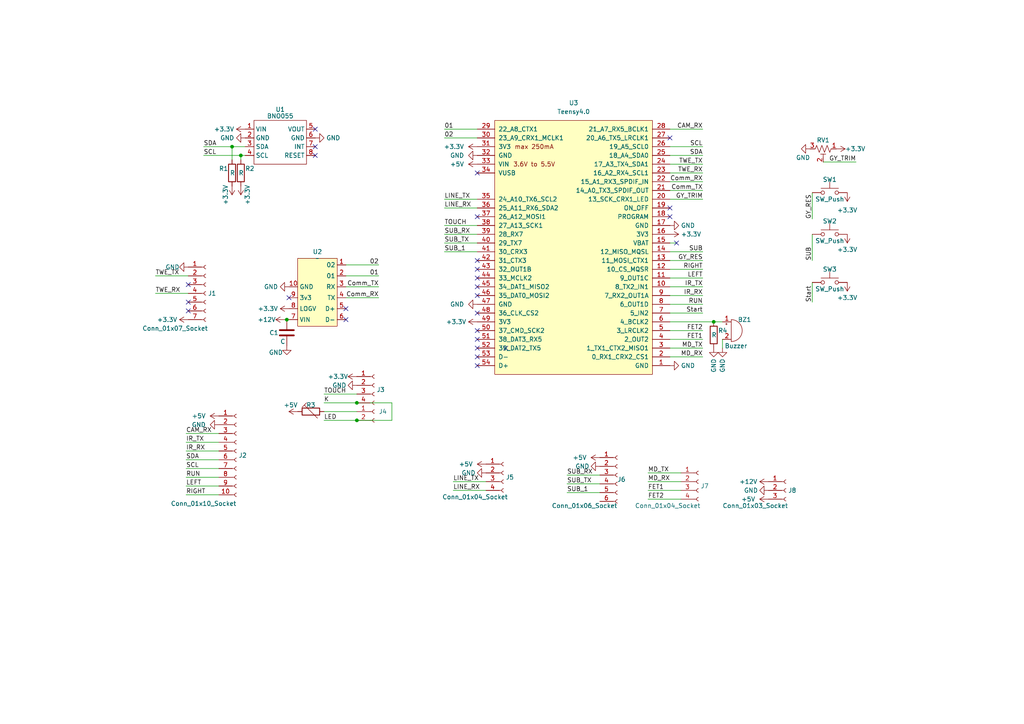
<source format=kicad_sch>
(kicad_sch (version 20230121) (generator eeschema)
  (paper "A4")
  (lib_symbols
    (symbol "BNO055 new:BNO055"
      (property "Reference" "U" (at 0 0 0))
      (property "Value" "BNO055" (at 0 2.54 0))
      (symbol "BNO055_0_1"
        (rectangle (start -7.62 -2.54) (end 7.62 -15.24))
      )
      (symbol "BNO055_1_1"
        (pin input line (at -10.16 -5.08 0) (length 2.54) (name "VIN") (number "1"))
        (pin input line (at -10.16 -7.62 0) (length 2.54) (name "GND") (number "2"))
        (pin input line (at -10.16 -10.16 0) (length 2.54) (name "SDA") (number "3"))
        (pin input line (at -10.16 -12.7 0) (length 2.54) (name "SCL") (number "4"))
        (pin input line (at 10.16 -5.08 180) (length 2.54) (name "VOUT") (number "5"))
        (pin input line (at 10.16 -7.62 180) (length 2.54) (name "GND") (number "6"))
        (pin input line (at 10.16 -10.16 180) (length 2.54) (name "INT") (number "7"))
        (pin input line (at 10.16 -12.7 180) (length 2.54) (name "RESET") (number "8"))
      )
    )
    (symbol "Connector:Conn_01x02_Socket" (pin_names (offset 1.016) hide)
      (property "Reference" "J" (at 0 2.54 0))
      (property "Value" "Conn_01x02_Socket" (at 0 -5.08 0))
      (symbol "Conn_01x02_Socket_1_1"
        (arc (start 0 -2.032) (mid -0.5058 -2.54) (end 0 -3.048) (stroke (width 0.1524)))
        (polyline (pts (xy -1.27 -2.54) (xy -0.508 -2.54)) (stroke (width 0.1524)))
        (polyline (pts (xy -1.27 0) (xy -0.508 0)) (stroke (width 0.1524)))
        (arc (start 0 0.508) (mid -0.5058 0) (end 0 -0.508) (stroke (width 0.1524)))
        (pin passive line (at -5.08 0 0) (length 3.81) (name "Pin_1") (number "1"))
        (pin passive line (at -5.08 -2.54 0) (length 3.81) (name "Pin_2") (number "2"))
      )
    )
    (symbol "Connector:Conn_01x03_Socket" (pin_names (offset 1.016) hide)
      (property "Reference" "J" (at 0 5.08 0))
      (property "Value" "Conn_01x03_Socket" (at 0 -5.08 0))
      (symbol "Conn_01x03_Socket_1_1"
        (arc (start 0 -2.032) (mid -0.5058 -2.54) (end 0 -3.048) (stroke (width 0.1524)))
        (polyline (pts (xy -1.27 -2.54) (xy -0.508 -2.54)) (stroke (width 0.1524)))
        (polyline (pts (xy -1.27 0) (xy -0.508 0)) (stroke (width 0.1524)))
        (polyline (pts (xy -1.27 2.54) (xy -0.508 2.54)) (stroke (width 0.1524)))
        (arc (start 0 0.508) (mid -0.5058 0) (end 0 -0.508) (stroke (width 0.1524)))
        (arc (start 0 3.048) (mid -0.5058 2.54) (end 0 2.032) (stroke (width 0.1524)))
        (pin passive line (at -5.08 2.54 0) (length 3.81) (name "Pin_1") (number "1"))
        (pin passive line (at -5.08 0 0) (length 3.81) (name "Pin_2") (number "2"))
        (pin passive line (at -5.08 -2.54 0) (length 3.81) (name "Pin_3") (number "3"))
      )
    )
    (symbol "Connector:Conn_01x04_Socket" (pin_names (offset 1.016) hide)
      (property "Reference" "J" (at 0 5.08 0))
      (property "Value" "Conn_01x04_Socket" (at 0 -7.62 0))
      (symbol "Conn_01x04_Socket_1_1"
        (arc (start 0 -4.572) (mid -0.5058 -5.08) (end 0 -5.588) (stroke (width 0.1524)))
        (arc (start 0 -2.032) (mid -0.5058 -2.54) (end 0 -3.048) (stroke (width 0.1524)))
        (polyline (pts (xy -1.27 -5.08) (xy -0.508 -5.08)) (stroke (width 0.1524)))
        (polyline (pts (xy -1.27 -2.54) (xy -0.508 -2.54)) (stroke (width 0.1524)))
        (polyline (pts (xy -1.27 0) (xy -0.508 0)) (stroke (width 0.1524)))
        (polyline (pts (xy -1.27 2.54) (xy -0.508 2.54)) (stroke (width 0.1524)))
        (arc (start 0 0.508) (mid -0.5058 0) (end 0 -0.508) (stroke (width 0.1524)))
        (arc (start 0 3.048) (mid -0.5058 2.54) (end 0 2.032) (stroke (width 0.1524)))
        (pin passive line (at -5.08 2.54 0) (length 3.81) (name "Pin_1") (number "1"))
        (pin passive line (at -5.08 0 0) (length 3.81) (name "Pin_2") (number "2"))
        (pin passive line (at -5.08 -2.54 0) (length 3.81) (name "Pin_3") (number "3"))
        (pin passive line (at -5.08 -5.08 0) (length 3.81) (name "Pin_4") (number "4"))
      )
    )
    (symbol "Connector:Conn_01x06_Socket" (pin_names (offset 1.016) hide)
      (property "Reference" "J" (at 0 7.62 0))
      (property "Value" "Conn_01x06_Socket" (at 0 -10.16 0))
      (symbol "Conn_01x06_Socket_1_1"
        (arc (start 0 -7.112) (mid -0.5058 -7.62) (end 0 -8.128) (stroke (width 0.1524)))
        (arc (start 0 -4.572) (mid -0.5058 -5.08) (end 0 -5.588) (stroke (width 0.1524)))
        (arc (start 0 -2.032) (mid -0.5058 -2.54) (end 0 -3.048) (stroke (width 0.1524)))
        (polyline (pts (xy -1.27 -7.62) (xy -0.508 -7.62)) (stroke (width 0.1524)))
        (polyline (pts (xy -1.27 -5.08) (xy -0.508 -5.08)) (stroke (width 0.1524)))
        (polyline (pts (xy -1.27 -2.54) (xy -0.508 -2.54)) (stroke (width 0.1524)))
        (polyline (pts (xy -1.27 0) (xy -0.508 0)) (stroke (width 0.1524)))
        (polyline (pts (xy -1.27 2.54) (xy -0.508 2.54)) (stroke (width 0.1524)))
        (polyline (pts (xy -1.27 5.08) (xy -0.508 5.08)) (stroke (width 0.1524)))
        (arc (start 0 0.508) (mid -0.5058 0) (end 0 -0.508) (stroke (width 0.1524)))
        (arc (start 0 3.048) (mid -0.5058 2.54) (end 0 2.032) (stroke (width 0.1524)))
        (arc (start 0 5.588) (mid -0.5058 5.08) (end 0 4.572) (stroke (width 0.1524)))
        (pin passive line (at -5.08 5.08 0) (length 3.81) (name "Pin_1") (number "1"))
        (pin passive line (at -5.08 2.54 0) (length 3.81) (name "Pin_2") (number "2"))
        (pin passive line (at -5.08 0 0) (length 3.81) (name "Pin_3") (number "3"))
        (pin passive line (at -5.08 -2.54 0) (length 3.81) (name "Pin_4") (number "4"))
        (pin passive line (at -5.08 -5.08 0) (length 3.81) (name "Pin_5") (number "5"))
        (pin passive line (at -5.08 -7.62 0) (length 3.81) (name "Pin_6") (number "6"))
      )
    )
    (symbol "Connector:Conn_01x07_Socket" (pin_names (offset 1.016) hide)
      (property "Reference" "J" (at 0 10.16 0))
      (property "Value" "Conn_01x07_Socket" (at 0 -10.16 0))
      (symbol "Conn_01x07_Socket_1_1"
        (arc (start 0 -7.112) (mid -0.5058 -7.62) (end 0 -8.128) (stroke (width 0.1524)))
        (arc (start 0 -4.572) (mid -0.5058 -5.08) (end 0 -5.588) (stroke (width 0.1524)))
        (arc (start 0 -2.032) (mid -0.5058 -2.54) (end 0 -3.048) (stroke (width 0.1524)))
        (polyline (pts (xy -1.27 -7.62) (xy -0.508 -7.62)) (stroke (width 0.1524)))
        (polyline (pts (xy -1.27 -5.08) (xy -0.508 -5.08)) (stroke (width 0.1524)))
        (polyline (pts (xy -1.27 -2.54) (xy -0.508 -2.54)) (stroke (width 0.1524)))
        (polyline (pts (xy -1.27 0) (xy -0.508 0)) (stroke (width 0.1524)))
        (polyline (pts (xy -1.27 2.54) (xy -0.508 2.54)) (stroke (width 0.1524)))
        (polyline (pts (xy -1.27 5.08) (xy -0.508 5.08)) (stroke (width 0.1524)))
        (polyline (pts (xy -1.27 7.62) (xy -0.508 7.62)) (stroke (width 0.1524)))
        (arc (start 0 0.508) (mid -0.5058 0) (end 0 -0.508) (stroke (width 0.1524)))
        (arc (start 0 3.048) (mid -0.5058 2.54) (end 0 2.032) (stroke (width 0.1524)))
        (arc (start 0 5.588) (mid -0.5058 5.08) (end 0 4.572) (stroke (width 0.1524)))
        (arc (start 0 8.128) (mid -0.5058 7.62) (end 0 7.112) (stroke (width 0.1524)))
        (pin passive line (at -5.08 7.62 0) (length 3.81) (name "Pin_1") (number "1"))
        (pin passive line (at -5.08 5.08 0) (length 3.81) (name "Pin_2") (number "2"))
        (pin passive line (at -5.08 2.54 0) (length 3.81) (name "Pin_3") (number "3"))
        (pin passive line (at -5.08 0 0) (length 3.81) (name "Pin_4") (number "4"))
        (pin passive line (at -5.08 -2.54 0) (length 3.81) (name "Pin_5") (number "5"))
        (pin passive line (at -5.08 -5.08 0) (length 3.81) (name "Pin_6") (number "6"))
        (pin passive line (at -5.08 -7.62 0) (length 3.81) (name "Pin_7") (number "7"))
      )
    )
    (symbol "Connector:Conn_01x10_Socket" (pin_names (offset 1.016) hide)
      (property "Reference" "J" (at 0 12.7 0))
      (property "Value" "Conn_01x10_Socket" (at 0 -15.24 0))
      (symbol "Conn_01x10_Socket_1_1"
        (arc (start 0 -12.192) (mid -0.5058 -12.7) (end 0 -13.208) (stroke (width 0.1524)))
        (arc (start 0 -9.652) (mid -0.5058 -10.16) (end 0 -10.668) (stroke (width 0.1524)))
        (arc (start 0 -7.112) (mid -0.5058 -7.62) (end 0 -8.128) (stroke (width 0.1524)))
        (arc (start 0 -4.572) (mid -0.5058 -5.08) (end 0 -5.588) (stroke (width 0.1524)))
        (arc (start 0 -2.032) (mid -0.5058 -2.54) (end 0 -3.048) (stroke (width 0.1524)))
        (polyline (pts (xy -1.27 -12.7) (xy -0.508 -12.7)) (stroke (width 0.1524)))
        (polyline (pts (xy -1.27 -10.16) (xy -0.508 -10.16)) (stroke (width 0.1524)))
        (polyline (pts (xy -1.27 -7.62) (xy -0.508 -7.62)) (stroke (width 0.1524)))
        (polyline (pts (xy -1.27 -5.08) (xy -0.508 -5.08)) (stroke (width 0.1524)))
        (polyline (pts (xy -1.27 -2.54) (xy -0.508 -2.54)) (stroke (width 0.1524)))
        (polyline (pts (xy -1.27 0) (xy -0.508 0)) (stroke (width 0.1524)))
        (polyline (pts (xy -1.27 2.54) (xy -0.508 2.54)) (stroke (width 0.1524)))
        (polyline (pts (xy -1.27 5.08) (xy -0.508 5.08)) (stroke (width 0.1524)))
        (polyline (pts (xy -1.27 7.62) (xy -0.508 7.62)) (stroke (width 0.1524)))
        (polyline (pts (xy -1.27 10.16) (xy -0.508 10.16)) (stroke (width 0.1524)))
        (arc (start 0 0.508) (mid -0.5058 0) (end 0 -0.508) (stroke (width 0.1524)))
        (arc (start 0 3.048) (mid -0.5058 2.54) (end 0 2.032) (stroke (width 0.1524)))
        (arc (start 0 5.588) (mid -0.5058 5.08) (end 0 4.572) (stroke (width 0.1524)))
        (arc (start 0 8.128) (mid -0.5058 7.62) (end 0 7.112) (stroke (width 0.1524)))
        (arc (start 0 10.668) (mid -0.5058 10.16) (end 0 9.652) (stroke (width 0.1524)))
        (pin passive line (at -5.08 10.16 0) (length 3.81) (name "Pin_1") (number "1"))
        (pin passive line (at -5.08 -12.7 0) (length 3.81) (name "Pin_10") (number "10"))
        (pin passive line (at -5.08 7.62 0) (length 3.81) (name "Pin_2") (number "2"))
        (pin passive line (at -5.08 5.08 0) (length 3.81) (name "Pin_3") (number "3"))
        (pin passive line (at -5.08 2.54 0) (length 3.81) (name "Pin_4") (number "4"))
        (pin passive line (at -5.08 0 0) (length 3.81) (name "Pin_5") (number "5"))
        (pin passive line (at -5.08 -2.54 0) (length 3.81) (name "Pin_6") (number "6"))
        (pin passive line (at -5.08 -5.08 0) (length 3.81) (name "Pin_7") (number "7"))
        (pin passive line (at -5.08 -7.62 0) (length 3.81) (name "Pin_8") (number "8"))
        (pin passive line (at -5.08 -10.16 0) (length 3.81) (name "Pin_9") (number "9"))
      )
    )
    (symbol "Device:Buzzer" (pin_names (offset 0.0254) hide)
      (property "Reference" "BZ" (at 3.81 1.27 0))
      (property "Value" "Buzzer" (at 3.81 -1.27 0))
      (symbol "Buzzer_0_1"
        (arc (start 0 -3.175) (mid 3.1612 0) (end 0 3.175))
        (polyline (pts (xy -1.651 1.905) (xy -1.143 1.905)))
        (polyline (pts (xy -1.397 2.159) (xy -1.397 1.651)))
        (polyline (pts (xy 0 3.175) (xy 0 -3.175)))
      )
      (symbol "Buzzer_1_1"
        (pin passive line (at -2.54 2.54 0) (length 2.54) (name "-") (number "1"))
        (pin passive line (at -2.54 -2.54 0) (length 2.54) (name "+") (number "2"))
      )
    )
    (symbol "Device:C" (pin_numbers hide) (pin_names (offset 0.254))
      (property "Reference" "C" (at 0.635 2.54 0))
      (property "Value" "C" (at 0.635 -2.54 0))
      (symbol "C_0_1"
        (polyline (pts (xy -2.032 -0.762) (xy 2.032 -0.762)) (stroke (width 0.508)))
        (polyline (pts (xy -2.032 0.762) (xy 2.032 0.762)) (stroke (width 0.508)))
      )
      (symbol "C_1_1"
        (pin passive line (at 0 3.81 270) (length 2.794) (name "~") (number "1"))
        (pin passive line (at 0 -3.81 90) (length 2.794) (name "~") (number "2"))
      )
    )
    (symbol "Device:R" (pin_numbers hide) (pin_names (offset 0))
      (property "Reference" "R" (at 2.032 0 90))
      (property "Value" "R" (at 0 0 90))
      (symbol "R_0_1"
        (rectangle (start -1.016 -2.54) (end 1.016 2.54) (stroke (width 0.254)))
      )
      (symbol "R_1_1"
        (pin passive line (at 0 3.81 270) (length 1.27) (name "~") (number "1"))
        (pin passive line (at 0 -3.81 90) (length 1.27) (name "~") (number "2"))
      )
    )
    (symbol "Device:R_Potentiometer_Trim_US" (pin_names (offset 1.016) hide)
      (property "Reference" "RV" (at -4.445 0 90))
      (property "Value" "R_Potentiometer_Trim_US" (at -2.54 0 90))
      (symbol "R_Potentiometer_Trim_US_0_1"
        (polyline (pts (xy 0 -2.286) (xy 0 -2.54)))
        (polyline (pts (xy 0 2.286) (xy 0 2.54)))
        (polyline (pts (xy 1.524 0.762) (xy 1.524 -0.762)))
        (polyline (pts (xy 2.54 0) (xy 1.524 0)))
        (polyline (pts (xy 0 -0.762) (xy 1.016 -1.143) (xy 0 -1.524) (xy -1.016 -1.905) (xy 0 -2.286)))
        (polyline (pts (xy 0 0.762) (xy 1.016 0.381) (xy 0 0) (xy -1.016 -0.381) (xy 0 -0.762)))
        (polyline (pts (xy 0 2.286) (xy 1.016 1.905) (xy 0 1.524) (xy -1.016 1.143) (xy 0 0.762)))
      )
      (symbol "R_Potentiometer_Trim_US_1_1"
        (pin passive line (at 0 3.81 270) (length 1.27) (name "1") (number "1"))
        (pin passive line (at 3.81 0 180) (length 1.27) (name "2") (number "2"))
        (pin passive line (at 0 -3.81 90) (length 1.27) (name "3") (number "3"))
      )
    )
    (symbol "Device:R_Trim" (pin_numbers hide) (pin_names (offset 0))
      (property "Reference" "R" (at 2.54 -2.54 90))
      (property "Value" "R_Trim" (at -2.54 -0.635 90))
      (symbol "R_Trim_0_1"
        (rectangle (start -1.016 -2.54) (end 1.016 2.54) (stroke (width 0.254)))
        (polyline (pts (xy -1.905 -1.905) (xy 1.905 1.905) (xy 2.54 1.27) (xy 1.27 2.54)))
      )
      (symbol "R_Trim_1_1"
        (pin passive line (at 0 3.81 270) (length 1.27) (name "~") (number "1"))
        (pin passive line (at 0 -3.81 90) (length 1.27) (name "~") (number "2"))
      )
    )
    (symbol "Soccer_Communication:comm_module"
      (property "Reference" "U" (at 0 1.27 0))
      (symbol "comm_module_1_1"
        (rectangle (start -5.715 0) (end 5.715 -19.685) (fill (type background)))
        (pin input line (at 8.255 -1.905 180) (length 2.54) (name "02") (number "1"))
        (pin input line (at -8.255 -8.255 0) (length 2.54) (name "GND") (number "10"))
        (pin input line (at 8.255 -5.08 180) (length 2.54) (name "01") (number "2"))
        (pin input line (at 8.255 -8.255 180) (length 2.54) (name "RX") (number "3"))
        (pin input line (at 8.255 -11.43 180) (length 2.54) (name "TX") (number "4"))
        (pin input line (at 8.255 -14.605 180) (length 2.54) (name "D+") (number "5"))
        (pin input line (at 8.255 -17.78 180) (length 2.54) (name "D-") (number "6"))
        (pin input line (at -8.255 -17.78 0) (length 2.54) (name "VIN") (number "7"))
        (pin input line (at -8.255 -14.605 0) (length 2.54) (name "LOGV") (number "8"))
        (pin input line (at -8.255 -11.43 0) (length 2.54) (name "3v3") (number "9"))
      )
    )
    (symbol "Switch:SW_Push" (pin_numbers hide) (pin_names (offset 1.016) hide)
      (property "Reference" "SW" (at 1.27 2.54 0))
      (property "Value" "SW_Push" (at 0 -1.524 0))
      (symbol "SW_Push_0_1"
        (circle (center -2.032 0) (radius 0.508))
        (polyline (pts (xy 0 1.27) (xy 0 3.048)))
        (polyline (pts (xy 2.54 1.27) (xy -2.54 1.27)))
        (circle (center 2.032 0) (radius 0.508))
        (pin passive line (at -5.08 0 0) (length 2.54) (name "1") (number "1"))
        (pin passive line (at 5.08 0 180) (length 2.54) (name "2") (number "2"))
      )
    )
    (symbol "power:+12V" (power) (pin_names (offset 0))
      (property "Value" "+12V" (at 0 3.556 0))
      (symbol "+12V_0_1"
        (polyline (pts (xy -0.762 1.27) (xy 0 2.54)))
        (polyline (pts (xy 0 0) (xy 0 2.54)))
        (polyline (pts (xy 0 2.54) (xy 0.762 1.27)))
      )
      (symbol "+12V_1_1"
        (pin power_in line (at 0 0 90) (length 0) hide (name "+12V") (number "1"))
      )
    )
    (symbol "power:+3.3V" (power) (pin_names (offset 0))
      (property "Value" "+3.3V" (at 0 3.556 0))
      (symbol "+3.3V_0_1"
        (polyline (pts (xy -0.762 1.27) (xy 0 2.54)))
        (polyline (pts (xy 0 0) (xy 0 2.54)))
        (polyline (pts (xy 0 2.54) (xy 0.762 1.27)))
      )
      (symbol "+3.3V_1_1"
        (pin power_in line (at 0 0 90) (length 0) hide (name "+3.3V") (number "1"))
      )
    )
    (symbol "power:+5V" (power) (pin_names (offset 0))
      (property "Value" "+5V" (at 0 3.556 0))
      (symbol "+5V_0_1"
        (polyline (pts (xy -0.762 1.27) (xy 0 2.54)))
        (polyline (pts (xy 0 0) (xy 0 2.54)))
        (polyline (pts (xy 0 2.54) (xy 0.762 1.27)))
      )
      (symbol "+5V_1_1"
        (pin power_in line (at 0 0 90) (length 0) hide (name "+5V") (number "1"))
      )
    )
    (symbol "power:GND" (power) (pin_names (offset 0))
      (property "Value" "GND" (at 0 -3.81 0))
      (symbol "GND_0_1"
        (polyline (pts (xy 0 0) (xy 0 -1.27) (xy 1.27 -1.27) (xy 0 -2.54) (xy -1.27 -1.27) (xy 0 -1.27)))
      )
      (symbol "GND_1_1"
        (pin power_in line (at 0 0 270) (length 0) hide (name "GND") (number "1"))
      )
    )
    (symbol "teensy:Teensy4.0" (pin_names (offset 1.016))
      (property "Reference" "U1" (at 0 -41.91 0))
      (property "Value" "Teensy4.0" (at 0 -39.37 0))
      (symbol "Teensy4.0_0_0"
        (text "3.6V to 5.5V" (at 11.43 -24.13 0) (effects (font (size 1.27 1.27))))
        (text "max 250mA" (at 11.43 -29.21 0) (effects (font (size 1.27 1.27))))
        (pin bidirectional line (at -27.94 11.43 0) (length 5.08) (name "8_TX2_IN1") (number "10"))
        (pin bidirectional line (at -27.94 8.89 0) (length 5.08) (name "9_OUT1C") (number "11"))
        (pin bidirectional line (at -27.94 6.35 0) (length 5.08) (name "10_CS_MQSR") (number "12"))
        (pin bidirectional line (at -27.94 3.81 0) (length 5.08) (name "11_MOSI_CTX1") (number "13"))
        (pin bidirectional line (at -27.94 1.27 0) (length 5.08) (name "12_MISO_MQSL") (number "14"))
        (pin power_in line (at -27.94 -1.27 0) (length 5.08) (name "VBAT") (number "15"))
        (pin power_in line (at -27.94 -3.81 0) (length 5.08) (name "3V3") (number "16"))
        (pin power_in line (at -27.94 -6.35 0) (length 5.08) (name "GND") (number "17"))
        (pin input line (at -27.94 -8.89 0) (length 5.08) (name "PROGRAM") (number "18"))
        (pin input line (at -27.94 -11.43 0) (length 5.08) (name "ON_OFF") (number "19"))
        (pin bidirectional line (at -27.94 -13.97 0) (length 5.08) (name "13_SCK_CRX1_LED") (number "20"))
        (pin bidirectional line (at -27.94 -16.51 0) (length 5.08) (name "14_A0_TX3_SPDIF_OUT") (number "21"))
        (pin bidirectional line (at -27.94 -19.05 0) (length 5.08) (name "15_A1_RX3_SPDIF_IN") (number "22"))
        (pin bidirectional line (at -27.94 -21.59 0) (length 5.08) (name "16_A2_RX4_SCL1") (number "23"))
        (pin bidirectional line (at -27.94 -24.13 0) (length 5.08) (name "17_A3_TX4_SDA1") (number "24"))
        (pin bidirectional line (at -27.94 -26.67 0) (length 5.08) (name "18_A4_SDA0") (number "25"))
        (pin bidirectional line (at -27.94 -29.21 0) (length 5.08) (name "19_A5_SCL0") (number "26"))
        (pin bidirectional line (at -27.94 -31.75 0) (length 5.08) (name "20_A6_TX5_LRCLK1") (number "27"))
        (pin bidirectional line (at -27.94 -34.29 0) (length 5.08) (name "21_A7_RX5_BCLK1") (number "28"))
        (pin bidirectional line (at 27.94 -34.29 180) (length 5.08) (name "22_A8_CTX1") (number "29"))
        (pin bidirectional line (at 27.94 -31.75 180) (length 5.08) (name "23_A9_CRX1_MCLK1") (number "30"))
        (pin power_out line (at 27.94 -29.21 180) (length 5.08) (name "3V3") (number "31"))
        (pin power_in line (at 27.94 -26.67 180) (length 5.08) (name "GND") (number "32"))
        (pin power_in line (at 27.94 -24.13 180) (length 5.08) (name "VIN") (number "33"))
        (pin power_out line (at 27.94 -21.59 180) (length 5.08) (name "VUSB") (number "34"))
        (pin bidirectional line (at 27.94 -13.97 180) (length 5.08) (name "24_A10_TX6_SCL2") (number "35"))
        (pin bidirectional line (at 27.94 -11.43 180) (length 5.08) (name "25_A11_RX6_SDA2") (number "36"))
        (pin bidirectional line (at 27.94 -8.89 180) (length 5.08) (name "26_A12_MOSI1") (number "37"))
        (pin bidirectional line (at 27.94 -6.35 180) (length 5.08) (name "27_A13_SCK1") (number "38"))
        (pin bidirectional line (at 27.94 -3.81 180) (length 5.08) (name "28_RX7") (number "39"))
        (pin bidirectional line (at 27.94 -1.27 180) (length 5.08) (name "29_TX7") (number "40"))
        (pin bidirectional line (at 27.94 1.27 180) (length 5.08) (name "30_CRX3") (number "41"))
        (pin bidirectional line (at 27.94 3.81 180) (length 5.08) (name "31_CTX3") (number "42"))
        (pin bidirectional line (at 27.94 6.35 180) (length 5.08) (name "32_OUT1B") (number "43"))
        (pin bidirectional line (at 27.94 8.89 180) (length 5.08) (name "33_MCLK2") (number "44"))
        (pin bidirectional line (at 27.94 11.43 180) (length 5.08) (name "34_DAT1_MISO2") (number "45"))
        (pin bidirectional line (at 27.94 13.97 180) (length 5.08) (name "35_DAT0_MOSI2") (number "46"))
        (pin power_out line (at 27.94 16.51 180) (length 5.08) (name "GND") (number "47"))
        (pin bidirectional line (at 27.94 19.05 180) (length 5.08) (name "36_CLK_CS2") (number "48"))
        (pin power_out line (at 27.94 21.59 180) (length 5.08) (name "3V3") (number "49"))
        (pin bidirectional line (at -27.94 24.13 0) (length 5.08) (name "3_LRCLK2") (number "5"))
        (pin bidirectional line (at 27.94 24.13 180) (length 5.08) (name "37_CMD_SCK2") (number "50"))
        (pin bidirectional line (at 27.94 26.67 180) (length 5.08) (name "38_DAT3_RX5") (number "51"))
        (pin bidirectional line (at 27.94 29.21 180) (length 5.08) (name "39_DAT2_TX5") (number "52"))
        (pin bidirectional line (at 27.94 31.75 180) (length 5.08) (name "D-") (number "53"))
        (pin bidirectional line (at 27.94 34.29 180) (length 5.08) (name "D+") (number "54"))
        (pin bidirectional line (at -27.94 21.59 0) (length 5.08) (name "4_BCLK2") (number "6"))
        (pin bidirectional line (at -27.94 19.05 0) (length 5.08) (name "5_IN2") (number "7"))
        (pin bidirectional line (at -27.94 16.51 0) (length 5.08) (name "6_OUT1D") (number "8"))
        (pin bidirectional line (at -27.94 13.97 0) (length 5.08) (name "7_RX2_OUT1A") (number "9"))
      )
      (symbol "Teensy4.0_0_1"
        (rectangle (start -20.32 -31.75) (end -20.32 -31.75))
      )
      (symbol "Teensy4.0_1_1"
        (rectangle (start -22.86 36.83) (end 22.86 -36.83) (fill (type background)))
        (pin power_in line (at -27.94 34.29 0) (length 5.08) (name "GND") (number "1"))
        (pin bidirectional line (at -27.94 31.75 0) (length 5.08) (name "0_RX1_CRX2_CS1") (number "2"))
        (pin bidirectional line (at -27.94 29.21 0) (length 5.08) (name "1_TX1_CTX2_MISO1") (number "3"))
        (pin bidirectional line (at -27.94 26.67 0) (length 5.08) (name "2_OUT2") (number "4"))
      )
    )
  )
  (junction (at 83.185 92.71))
  (junction (at 67.31 42.545))
  (junction (at 69.85 45.085))
  (junction (at 207.01 93.345))
  (junction (at 103.505 121.92))
  (junction (at 103.505 116.84))
  (no_connect (at 91.44 37.465))
  (no_connect (at 138.43 98.425))
  (no_connect (at 100.33 92.71))
  (no_connect (at 138.43 78.105))
  (no_connect (at 138.43 106.045))
  (no_connect (at 54.61 87.63))
  (no_connect (at 194.31 40.005))
  (no_connect (at 138.43 85.725))
  (no_connect (at 138.43 80.645))
  (no_connect (at 138.43 75.565))
  (no_connect (at 54.61 82.55))
  (no_connect (at 138.43 95.885))
  (no_connect (at 146.685 100.965))
  (no_connect (at 83.82 86.36))
  (no_connect (at 138.43 90.805))
  (no_connect (at 138.43 83.185))
  (no_connect (at 138.43 50.165))
  (no_connect (at 100.33 89.535))
  (no_connect (at 138.43 100.965))
  (no_connect (at 194.31 62.865))
  (no_connect (at 138.43 62.865))
  (no_connect (at 91.44 45.085))
  (no_connect (at 194.31 60.325))
  (no_connect (at 138.43 103.505))
  (no_connect (at 54.61 90.17))
  (no_connect (at 196.215 70.485))
  (no_connect (at 91.44 42.545))
  (wire (pts (xy 194.31 88.265) (xy 203.835 88.265)))
  (wire (pts (xy 131.445 139.7) (xy 140.97 139.7)))
  (wire (pts (xy 53.975 135.89) (xy 63.5 135.89)))
  (wire (pts (xy 69.85 45.085) (xy 69.85 46.355)))
  (wire (pts (xy 203.835 103.505) (xy 194.31 103.505)))
  (wire (pts (xy 45.085 80.01) (xy 54.61 80.01)))
  (wire (pts (xy 203.835 98.425) (xy 194.31 98.425)))
  (wire (pts (xy 83.185 92.71) (xy 83.82 92.71)))
  (wire (pts (xy 203.835 47.625) (xy 194.31 47.625)))
  (wire (pts (xy 109.855 83.185) (xy 100.33 83.185)))
  (wire (pts (xy 209.55 98.425) (xy 209.55 100.965)))
  (wire (pts (xy 194.31 75.565) (xy 203.835 75.565)))
  (wire (pts (xy 128.905 65.405) (xy 138.43 65.405)))
  (wire (pts (xy 235.585 63.5) (xy 235.585 55.88)))
  (wire (pts (xy 93.98 114.3) (xy 103.505 114.3)))
  (wire (pts (xy 54.61 85.09) (xy 45.085 85.09)))
  (wire (pts (xy 103.505 116.84) (xy 113.665 116.84)))
  (wire (pts (xy 235.585 67.945) (xy 235.585 75.565)))
  (wire (pts (xy 109.855 76.835) (xy 100.33 76.835)))
  (wire (pts (xy 187.96 144.78) (xy 197.485 144.78)))
  (wire (pts (xy 203.835 52.705) (xy 194.31 52.705)))
  (wire (pts (xy 203.835 57.785) (xy 194.31 57.785)))
  (wire (pts (xy 187.96 139.7) (xy 197.485 139.7)))
  (wire (pts (xy 93.98 121.92) (xy 103.505 121.92)))
  (wire (pts (xy 203.835 55.245) (xy 194.31 55.245)))
  (wire (pts (xy 203.835 95.885) (xy 194.31 95.885)))
  (wire (pts (xy 128.905 57.785) (xy 138.43 57.785)))
  (wire (pts (xy 69.85 45.085) (xy 71.12 45.085)))
  (wire (pts (xy 67.31 42.545) (xy 71.12 42.545)))
  (wire (pts (xy 63.5 128.27) (xy 53.975 128.27)))
  (wire (pts (xy 203.835 100.965) (xy 194.31 100.965)))
  (wire (pts (xy 164.465 137.795) (xy 173.99 137.795)))
  (wire (pts (xy 194.31 73.025) (xy 203.835 73.025)))
  (wire (pts (xy 203.835 42.545) (xy 194.31 42.545)))
  (wire (pts (xy 93.98 119.38) (xy 103.505 119.38)))
  (wire (pts (xy 113.665 116.84) (xy 113.665 121.92)))
  (wire (pts (xy 194.31 78.105) (xy 203.835 78.105)))
  (wire (pts (xy 113.665 121.92) (xy 103.505 121.92)))
  (wire (pts (xy 67.31 42.545) (xy 67.31 46.355)))
  (wire (pts (xy 128.905 60.325) (xy 138.43 60.325)))
  (wire (pts (xy 82.55 92.71) (xy 83.185 92.71)))
  (wire (pts (xy 164.465 140.335) (xy 173.99 140.335)))
  (wire (pts (xy 63.5 143.51) (xy 53.975 143.51)))
  (wire (pts (xy 194.31 83.185) (xy 203.835 83.185)))
  (wire (pts (xy 196.215 70.485) (xy 194.31 70.485)))
  (wire (pts (xy 109.855 80.01) (xy 100.33 80.01)))
  (wire (pts (xy 128.905 67.945) (xy 138.43 67.945)))
  (wire (pts (xy 93.98 116.84) (xy 103.505 116.84)))
  (wire (pts (xy 187.96 137.16) (xy 197.485 137.16)))
  (wire (pts (xy 194.31 93.345) (xy 207.01 93.345)))
  (wire (pts (xy 128.905 73.025) (xy 138.43 73.025)))
  (wire (pts (xy 128.905 40.005) (xy 138.43 40.005)))
  (wire (pts (xy 128.905 37.465) (xy 138.43 37.465)))
  (wire (pts (xy 194.31 50.165) (xy 203.835 50.165)))
  (wire (pts (xy 128.905 70.485) (xy 138.43 70.485)))
  (wire (pts (xy 59.055 45.085) (xy 69.85 45.085)))
  (wire (pts (xy 63.5 140.97) (xy 53.975 140.97)))
  (wire (pts (xy 194.31 85.725) (xy 203.835 85.725)))
  (wire (pts (xy 248.285 46.99) (xy 238.76 46.99)))
  (wire (pts (xy 187.96 142.24) (xy 197.485 142.24)))
  (wire (pts (xy 59.055 42.545) (xy 67.31 42.545)))
  (wire (pts (xy 53.975 125.73) (xy 63.5 125.73)))
  (wire (pts (xy 235.585 81.915) (xy 235.585 87.63)))
  (wire (pts (xy 63.5 130.81) (xy 53.975 130.81)))
  (wire (pts (xy 194.31 90.805) (xy 203.835 90.805)))
  (wire (pts (xy 109.855 86.36) (xy 100.33 86.36)))
  (wire (pts (xy 63.5 138.43) (xy 53.975 138.43)))
  (wire (pts (xy 207.01 93.345) (xy 209.55 93.345)))
  (wire (pts (xy 53.975 133.35) (xy 63.5 133.35)))
  (wire (pts (xy 194.31 80.645) (xy 203.835 80.645)))
  (wire (pts (xy 203.835 37.465) (xy 194.31 37.465)))
  (wire (pts (xy 203.835 45.085) (xy 194.31 45.085)))
  (wire (pts (xy 164.465 142.875) (xy 173.99 142.875)))
  (wire (pts (xy 131.445 142.24) (xy 140.97 142.24)))
  (label "RIGHT" (at 203.835 78.105 180))
  (label "TOUCH" (at 93.98 114.3 0))
  (label "SUB_1" (at 164.465 142.875 0))
  (label "SCL" (at 59.055 45.085 0))
  (label "01" (at 128.905 37.465 0))
  (label "TWE_RX" (at 203.835 50.165 180))
  (label "01" (at 109.855 80.01 180))
  (label "SDA" (at 59.055 42.545 0))
  (label "Start" (at 203.835 90.805 180))
  (label "TWE_RX" (at 45.085 85.09 0))
  (label "K" (at 93.98 116.84 0))
  (label "SUB" (at 235.585 75.565 90))
  (label "LINE_TX" (at 128.905 57.785 0))
  (label "LINE_RX" (at 131.445 142.24 0))
  (label "SUB_TX" (at 128.905 70.485 0))
  (label "GY_RES" (at 235.585 63.5 90))
  (label "SUB_RX" (at 128.905 67.945 0))
  (label "Comm_TX" (at 203.835 55.245 180))
  (label "IR_RX" (at 53.975 130.81 0))
  (label "LEFT" (at 53.975 140.97 0))
  (label "IR_TX" (at 53.975 128.27 0))
  (label "02" (at 109.855 76.835 180))
  (label "GY_TRIM" (at 248.285 46.99 180))
  (label "TOUCH" (at 128.905 65.405 0))
  (label "02" (at 128.905 40.005 0))
  (label "Comm_RX" (at 203.835 52.705 180))
  (label "LED" (at 93.98 121.92 0))
  (label "Comm_RX" (at 109.855 86.36 180))
  (label "MD_RX" (at 203.835 103.505 180))
  (label "MD_TX" (at 187.96 137.16 0))
  (label "LINE_RX" (at 128.905 60.325 0))
  (label "SUB_RX" (at 164.465 137.795 0))
  (label "RIGHT" (at 53.975 143.51 0))
  (label "SCL" (at 53.975 135.89 0))
  (label "GY_RES" (at 203.835 75.565 180))
  (label "FET1" (at 203.835 98.425 180))
  (label "SUB" (at 203.835 73.025 180))
  (label "FET2" (at 187.96 144.78 0))
  (label "SUB_TX" (at 164.465 140.335 0))
  (label "TWE_TX" (at 45.085 80.01 0))
  (label "RUN" (at 53.975 138.43 0))
  (label "FET1" (at 187.96 142.24 0))
  (label "SUB_1" (at 128.905 73.025 0))
  (label "SDA" (at 203.835 45.085 180))
  (label "LEFT" (at 203.835 80.645 180))
  (label "FET2" (at 203.835 95.885 180))
  (label "TWE_TX" (at 203.835 47.625 180))
  (label "RUN" (at 203.835 88.265 180))
  (label "IR_TX" (at 203.835 83.185 180))
  (label "IR_RX" (at 203.835 85.725 180))
  (label "SCL" (at 203.835 42.545 180))
  (label "GY_TRIM" (at 203.835 57.785 180))
  (label "MD_TX" (at 203.835 100.965 180))
  (label "CAM_RX" (at 203.835 37.465 180))
  (label "MD_RX" (at 187.96 139.7 0))
  (label "Comm_TX" (at 109.855 83.185 180))
  (label "CAM_RX" (at 53.975 125.73 0))
  (label "LINE_TX" (at 131.445 139.7 0))
  (label "Start" (at 235.585 87.63 90))
  (label "SDA" (at 53.975 133.35 0))
  (symbol (lib_id "power:+5V") (at 140.97 134.62 90) (unit 1)
    (property "Reference" "#PWR022" (effects hide))
    (property "Value" "+5V" (at 137.16 134.62 90) (effects (justify left)))
  )
  (symbol (lib_id "power:+3.3V") (at 245.745 67.945 180) (unit 1)
    (property "Reference" "#PWR037" (effects hide))
    (property "Value" "+3.3V" (at 245.745 72.39 0))
  )
  (symbol (lib_id "Switch:SW_Push") (at 240.665 67.945 0) (unit 1)
    (property "Reference" "SW2" (at 240.665 64.135 0))
    (property "Value" "SW_Push" (at 240.665 69.85 0))
    (property "Footprint" "Button_Switch_THT:SW_PUSH_6mm_H5mm" (effects hide))
  )
  (symbol (lib_id "Connector:Conn_01x03_Socket") (at 227.965 142.24 0) (unit 1)
    (property "Reference" "J8" (at 228.6 142.24 0) (effects (justify left)))
    (property "Value" "Conn_01x03_Socket" (at 209.55 146.685 0) (effects (justify left)))
    (property "Footprint" "Connector_JST:JST_XH_B3B-XH-A_1x03_P2.50mm_Vertical" (effects hide))
  )
  (symbol (lib_id "power:+3.3V") (at 138.43 42.545 90) (unit 1)
    (property "Reference" "#PWR017" (effects hide))
    (property "Value" "+3.3V" (at 134.62 42.545 90) (effects (justify left)))
  )
  (symbol (lib_id "Switch:SW_Push") (at 240.665 55.88 0) (unit 1)
    (property "Reference" "SW1" (at 240.665 52.07 0))
    (property "Value" "SW_Push" (at 240.665 57.785 0))
    (property "Footprint" "Button_Switch_THT:SW_PUSH_6mm_H5mm" (effects hide))
  )
  (symbol (lib_id "power:GND") (at 54.61 77.47 270) (unit 1)
    (property "Reference" "#PWR01" (effects hide))
    (property "Value" "GND" (at 52.07 77.47 90) (effects (justify right)))
  )
  (symbol (lib_id "Device:R") (at 69.85 50.165 0) (unit 1)
    (property "Reference" "R2" (at 71.12 48.895 0) (effects (justify left)))
    (property "Value" "R" (at 69.215 50.165 0) (effects (justify left)))
    (property "Footprint" "Resistor_THT:R_Axial_DIN0204_L3.6mm_D1.6mm_P5.08mm_Horizontal" (effects hide))
  )
  (symbol (lib_id "power:GND") (at 63.5 123.19 270) (unit 1)
    (property "Reference" "#PWR04" (effects hide))
    (property "Value" "GND" (at 59.69 123.19 90) (effects (justify right)))
  )
  (symbol (lib_id "power:+3.3V") (at 194.31 67.945 270) (unit 1)
    (property "Reference" "#PWR027" (effects hide))
    (property "Value" "+3.3V" (at 197.485 67.945 90) (effects (justify left)))
  )
  (symbol (lib_id "power:+12V") (at 222.885 139.7 90) (unit 1)
    (property "Reference" "#PWR031" (effects hide))
    (property "Value" "+12V" (at 219.71 139.7 90) (effects (justify left)))
  )
  (symbol (lib_id "Device:C") (at 83.185 96.52 0) (unit 1)
    (property "Reference" "C1" (at 78.105 96.52 0) (effects (justify left)))
    (property "Value" "C" (at 81.28 99.06 0) (effects (justify left)))
    (property "Footprint" "Capacitor_THT:CP_Radial_D5.0mm_P2.50mm" (effects hide))
  )
  (symbol (lib_id "power:+3.3V") (at 245.745 55.88 180) (unit 1)
    (property "Reference" "#PWR036" (effects hide))
    (property "Value" "+3.3V" (at 245.745 60.96 0))
  )
  (symbol (lib_id "Device:R_Trim") (at 90.17 119.38 90) (unit 1)
    (property "Reference" "R3" (at 90.17 117.475 90))
    (property "Value" "R_Trim" (effects hide))
    (property "Footprint" "Potentiometer_THT:Potentiometer_Vishay_T73YP_Vertical" (effects hide))
  )
  (symbol (lib_id "power:+3.3V") (at 242.57 43.18 270) (unit 1)
    (property "Reference" "#PWR035" (effects hide))
    (property "Value" "+3.3V" (at 245.11 43.18 90) (effects (justify left)))
  )
  (symbol (lib_id "power:+3.3V") (at 67.31 53.975 180) (unit 1)
    (property "Reference" "#PWR05" (effects hide))
    (property "Value" "+3.3V" (at 65.405 56.515 90))
  )
  (symbol (lib_id "power:+3.3V") (at 54.61 92.71 90) (unit 1)
    (property "Reference" "#PWR02" (effects hide))
    (property "Value" "+3.3V" (at 51.435 92.71 90) (effects (justify left)))
  )
  (symbol (lib_id "power:GND") (at 209.55 100.965 0) (unit 1)
    (property "Reference" "#PWR030" (effects hide))
    (property "Value" "GND" (at 209.55 106.045 90))
  )
  (symbol (lib_id "power:+3.3V") (at 103.505 109.22 90) (unit 1)
    (property "Reference" "#PWR015" (effects hide))
    (property "Value" "+3.3V" (at 100.965 109.22 90) (effects (justify left)))
  )
  (symbol (lib_id "power:GND") (at 138.43 45.085 270) (unit 1)
    (property "Reference" "#PWR018" (effects hide))
    (property "Value" "GND" (at 134.62 45.085 90) (effects (justify right)))
  )
  (symbol (lib_id "power:GND") (at 103.505 111.76 270) (unit 1)
    (property "Reference" "#PWR016" (effects hide))
    (property "Value" "GND" (at 98.425 111.76 90))
  )
  (symbol (lib_id "power:+3.3V") (at 138.43 93.345 90) (unit 1)
    (property "Reference" "#PWR021" (effects hide))
    (property "Value" "+3.3V" (at 135.255 93.345 90) (effects (justify left)))
  )
  (symbol (lib_id "power:+3.3V") (at 71.12 37.465 90) (unit 1)
    (property "Reference" "#PWR07" (effects hide))
    (property "Value" "+3.3V" (at 67.945 37.465 90) (effects (justify left)))
  )
  (symbol (lib_id "power:GND") (at 83.82 83.185 270) (unit 1)
    (property "Reference" "#PWR011" (effects hide))
    (property "Value" "GND" (at 80.645 83.185 90) (effects (justify right)))
  )
  (symbol (lib_id "power:+3.3V") (at 83.82 89.535 90) (unit 1)
    (property "Reference" "#PWR012" (effects hide))
    (property "Value" "+3.3V" (at 80.645 89.535 90) (effects (justify left)))
  )
  (symbol (lib_id "power:GND") (at 194.31 65.405 90) (unit 1)
    (property "Reference" "#PWR026" (effects hide))
    (property "Value" "GND" (at 197.485 65.405 90) (effects (justify right)))
  )
  (symbol (lib_id "power:+5V") (at 86.36 119.38 90) (unit 1)
    (property "Reference" "#PWR013" (effects hide))
    (property "Value" "+5V" (at 86.36 117.475 90) (effects (justify left)))
  )
  (symbol (lib_id "power:+5V") (at 138.43 47.625 90) (unit 1)
    (property "Reference" "#PWR019" (effects hide))
    (property "Value" "+5V" (at 134.62 47.625 90) (effects (justify left)))
  )
  (symbol (lib_id "Soccer_Communication:comm_module") (at 92.075 74.93 0) (unit 1)
    (property "Reference" "U2" (at 92.075 73.025 0))
    (property "Value" "~" (at 92.075 74.93 0))
    (property "Footprint" "Comm_module:comm_module" (effects hide))
  )
  (symbol (lib_id "power:+5V") (at 63.5 120.65 90) (unit 1)
    (property "Reference" "#PWR03" (effects hide))
    (property "Value" "+5V" (at 59.69 120.65 90) (effects (justify left)))
  )
  (symbol (lib_id "Connector:Conn_01x04_Socket") (at 146.05 137.16 0) (unit 1)
    (property "Reference" "J5" (at 146.685 138.43 0) (effects (justify left)))
    (property "Value" "Conn_01x04_Socket" (at 128.27 144.145 0) (effects (justify left)))
    (property "Footprint" "Connector_JST:JST_XH_B4B-XH-A_1x04_P2.50mm_Vertical" (effects hide))
  )
  (symbol (lib_id "Connector:Conn_01x07_Socket") (at 59.69 85.09 0) (unit 1)
    (property "Reference" "J1" (at 60.325 85.09 0) (effects (justify left)))
    (property "Value" "Conn_01x07_Socket" (at 41.275 95.25 0) (effects (justify left)))
    (property "Footprint" "Connector_PinHeader_2.54mm:PinHeader_1x07_P2.54mm_Horizontal" (effects hide))
  )
  (symbol (lib_id "Connector:Conn_01x02_Socket") (at 108.585 119.38 0) (unit 1)
    (property "Reference" "J4" (at 109.855 119.38 0) (effects (justify left)))
    (property "Value" "Conn_01x02_Socket" (effects hide))
    (property "Footprint" "Connector_JST:JST_XH_B2B-XH-A_1x02_P2.50mm_Vertical" (effects hide))
  )
  (symbol (lib_id "Device:R") (at 67.31 50.165 0) (unit 1)
    (property "Reference" "R1" (at 63.5 48.895 0) (effects (justify left)))
    (property "Value" "R" (at 66.675 50.165 0) (effects (justify left)))
    (property "Footprint" "Resistor_THT:R_Axial_DIN0204_L3.6mm_D1.6mm_P5.08mm_Horizontal" (effects hide))
  )
  (symbol (lib_id "power:+3.3V") (at 69.85 53.975 180) (unit 1)
    (property "Reference" "#PWR06" (effects hide))
    (property "Value" "+3.3V" (at 71.755 56.515 90))
  )
  (symbol (lib_id "power:GND") (at 83.185 100.33 0) (unit 1)
    (property "Reference" "#PWR010" (effects hide))
    (property "Value" "GND" (at 80.01 102.235 0))
  )
  (symbol (lib_id "power:GND") (at 173.99 135.255 270) (unit 1)
    (property "Reference" "#PWR025" (effects hide))
    (property "Value" "GND" (at 168.91 135.255 90))
  )
  (symbol (lib_id "BNO055 new:BNO055") (at 81.28 32.385 0) (unit 1)
    (property "Reference" "U1" (at 81.28 31.75 0))
    (property "Value" "BNO055" (at 81.28 33.655 0))
    (property "Footprint" "Package_DIP:DIP-8_W7.62mm_LongPads" (effects hide))
  )
  (symbol (lib_id "power:GND") (at 140.97 137.16 270) (unit 1)
    (property "Reference" "#PWR023" (effects hide))
    (property "Value" "GND" (at 135.89 137.16 90))
  )
  (symbol (lib_id "Device:R") (at 207.01 97.155 0) (unit 1)
    (property "Reference" "R4" (at 208.28 95.885 0) (effects (justify left)))
    (property "Value" "R" (at 206.375 97.155 0) (effects (justify left)))
    (property "Footprint" "Resistor_THT:R_Axial_DIN0204_L3.6mm_D1.6mm_P5.08mm_Horizontal" (effects hide))
  )
  (symbol (lib_id "Switch:SW_Push") (at 240.665 81.915 0) (unit 1)
    (property "Reference" "SW3" (at 240.665 78.105 0))
    (property "Value" "SW_Push" (at 240.665 83.82 0))
    (property "Footprint" "Button_Switch_THT:SW_PUSH_6mm_H5mm" (effects hide))
  )
  (symbol (lib_id "power:GND") (at 138.43 88.265 270) (unit 1)
    (property "Reference" "#PWR020" (effects hide))
    (property "Value" "GND" (at 134.62 88.265 90) (effects (justify right)))
  )
  (symbol (lib_id "power:GND") (at 91.44 40.005 90) (unit 1)
    (property "Reference" "#PWR014" (effects hide))
    (property "Value" "GND" (at 94.615 40.005 90) (effects (justify right)))
  )
  (symbol (lib_id "power:+12V") (at 82.55 92.71 90) (unit 1)
    (property "Reference" "#PWR09" (effects hide))
    (property "Value" "+12V" (at 80.01 92.71 90) (effects (justify left)))
  )
  (symbol (lib_id "Connector:Conn_01x10_Socket") (at 68.58 130.81 0) (unit 1)
    (property "Reference" "J2" (at 69.215 132.08 0) (effects (justify left)))
    (property "Value" "Conn_01x10_Socket" (at 49.53 146.05 0) (effects (justify left)))
    (property "Footprint" "Connector_IDC:IDC-Header_2x05_P2.54mm_Vertical" (effects hide))
  )
  (symbol (lib_id "Connector:Conn_01x04_Socket") (at 108.585 111.76 0) (unit 1)
    (property "Reference" "J3" (at 109.22 113.03 0) (effects (justify left)))
    (property "Value" "Conn_01x04_Socket" (effects hide))
    (property "Footprint" "Connector_JST:JST_XH_B4B-XH-A_1x04_P2.50mm_Vertical" (effects hide))
  )
  (symbol (lib_id "power:GND") (at 234.95 43.18 270) (unit 1)
    (property "Reference" "#PWR034" (effects hide))
    (property "Value" "GND" (at 234.95 45.72 90) (effects (justify right)))
  )
  (symbol (lib_id "power:GND") (at 222.885 142.24 270) (unit 1)
    (property "Reference" "#PWR032" (effects hide))
    (property "Value" "GND" (at 217.805 142.24 90))
  )
  (symbol (lib_id "Connector:Conn_01x04_Socket") (at 202.565 139.7 0) (unit 1)
    (property "Reference" "J7" (at 203.2 140.97 0) (effects (justify left)))
    (property "Value" "Conn_01x04_Socket" (at 184.15 146.685 0) (effects (justify left)))
    (property "Footprint" "Connector_JST:JST_XH_B4B-XH-A_1x04_P2.50mm_Vertical" (effects hide))
  )
  (symbol (lib_id "power:+5V") (at 173.99 132.715 90) (unit 1)
    (property "Reference" "#PWR024" (effects hide))
    (property "Value" "+5V" (at 170.18 132.715 90) (effects (justify left)))
  )
  (symbol (lib_id "power:GND") (at 71.12 40.005 270) (unit 1)
    (property "Reference" "#PWR08" (effects hide))
    (property "Value" "GND" (at 67.945 40.005 90) (effects (justify right)))
  )
  (symbol (lib_id "Device:R_Potentiometer_Trim_US") (at 238.76 43.18 270) (unit 1)
    (property "Reference" "RV1" (at 238.76 40.64 90))
    (property "Value" "R_Potentiometer_Trim_US" (effects hide))
    (property "Footprint" "Potentiometer_THT:Potentiometer_Vishay_T73YP_Vertical" (effects hide))
  )
  (symbol (lib_id "teensy:Teensy4.0") (at 166.37 71.755 180) (unit 1)
    (property "Reference" "U3" (at 166.37 29.845 0))
    (property "Value" "Teensy4.0" (at 166.37 32.385 0))
    (property "Footprint" "Teensy_Breakout:Teensy_Brakeout" (effects hide))
  )
  (symbol (lib_id "power:+3.3V") (at 245.745 81.915 180) (unit 1)
    (property "Reference" "#PWR038" (effects hide))
    (property "Value" "+3.3V" (at 245.745 86.36 0))
  )
  (symbol (lib_id "power:GND") (at 194.31 106.045 90) (unit 1)
    (property "Reference" "#PWR028" (effects hide))
    (property "Value" "GND" (at 197.485 106.045 90) (effects (justify right)))
  )
  (symbol (lib_id "power:+5V") (at 222.885 144.78 90) (unit 1)
    (property "Reference" "#PWR033" (effects hide))
    (property "Value" "+5V" (at 219.075 144.78 90) (effects (justify left)))
  )
  (symbol (lib_id "Device:Buzzer") (at 212.09 95.885 0) (unit 1)
    (property "Reference" "BZ1" (at 213.995 92.71 0) (effects (justify left)))
    (property "Value" "Buzzer" (at 210.185 100.33 0) (effects (justify left)))
    (property "Footprint" "Comm_module:comm_module" (effects hide))
  )
  (symbol (lib_id "power:GND") (at 207.01 100.965 0) (unit 1)
    (property "Reference" "#PWR029" (effects hide))
    (property "Value" "GND" (at 207.01 106.045 90))
  )
  (symbol (lib_id "Connector:Conn_01x06_Socket") (at 179.07 137.795 0) (unit 1)
    (property "Reference" "J6" (at 179.07 139.065 0) (effects (justify left)))
    (property "Value" "Conn_01x06_Socket" (at 160.02 146.685 0) (effects (justify left)))
    (property "Footprint" "Connector_JST:JST_XH_B5B-XH-A_1x05_P2.50mm_Vertical" (effects hide))
  )
)
</source>
